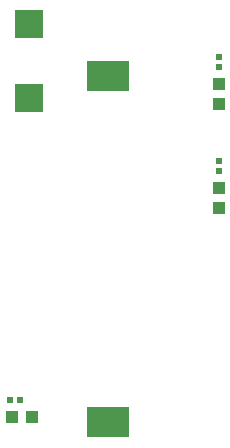
<source format=gbr>
G04 EAGLE Gerber RS-274X export*
G75*
%MOMM*%
%FSLAX34Y34*%
%LPD*%
%INSolderpaste Bottom*%
%IPPOS*%
%AMOC8*
5,1,8,0,0,1.08239X$1,22.5*%
G01*
%ADD10R,2.403600X2.368000*%
%ADD11R,3.600000X2.600000*%
%ADD12R,0.600000X0.540000*%
%ADD13R,1.000000X1.100000*%
%ADD14R,0.540000X0.600000*%
%ADD15R,1.100000X1.000000*%


D10*
X60788Y308788D03*
X60788Y371212D03*
D11*
X128000Y327500D03*
X128000Y34500D03*
D12*
X222000Y255320D03*
X222000Y246680D03*
D13*
X222000Y232500D03*
X222000Y215500D03*
D14*
X53320Y53000D03*
X44680Y53000D03*
D15*
X46500Y39000D03*
X63500Y39000D03*
D12*
X222000Y343320D03*
X222000Y334680D03*
D13*
X222000Y320500D03*
X222000Y303500D03*
M02*

</source>
